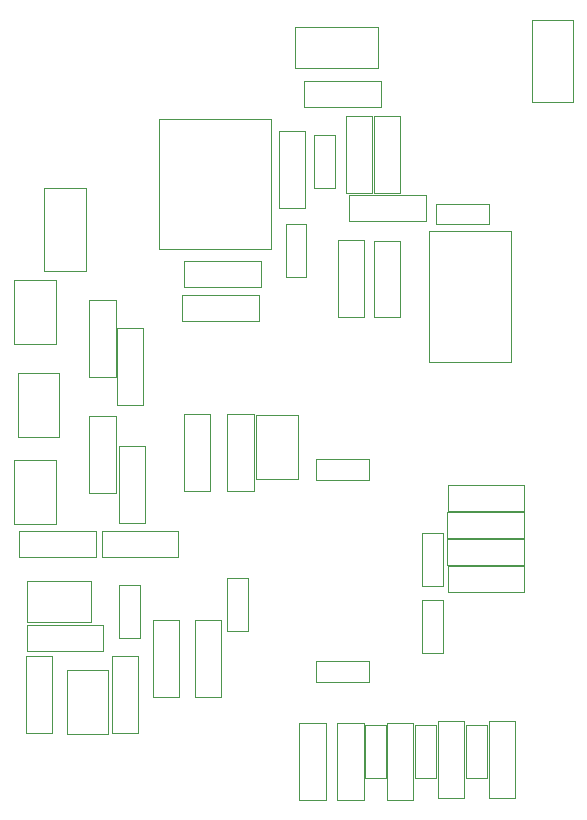
<source format=gbr>
G04 #@! TF.GenerationSoftware,KiCad,Pcbnew,(5.1.5)-3*
G04 #@! TF.CreationDate,2023-05-21T11:01:35-04:00*
G04 #@! TF.ProjectId,In_Board_Gnia,496e5f42-6f61-4726-945f-476e69612e6b,rev?*
G04 #@! TF.SameCoordinates,Original*
G04 #@! TF.FileFunction,Other,User*
%FSLAX46Y46*%
G04 Gerber Fmt 4.6, Leading zero omitted, Abs format (unit mm)*
G04 Created by KiCad (PCBNEW (5.1.5)-3) date 2023-05-21 11:01:35*
%MOMM*%
%LPD*%
G04 APERTURE LIST*
%ADD10C,0.050000*%
G04 APERTURE END LIST*
D10*
X65878600Y-119531960D02*
X65878600Y-115031960D01*
X65878600Y-119531960D02*
X64128600Y-119531960D01*
X64128600Y-115031960D02*
X65878600Y-115031960D01*
X64128600Y-115031960D02*
X64128600Y-119531960D01*
X70150880Y-119531960D02*
X70150880Y-115031960D01*
X70150880Y-119531960D02*
X68400880Y-119531960D01*
X68400880Y-115031960D02*
X70150880Y-115031960D01*
X68400880Y-115031960D02*
X68400880Y-119531960D01*
X74433320Y-119511640D02*
X74433320Y-115011640D01*
X74433320Y-119511640D02*
X72683320Y-119511640D01*
X72683320Y-115011640D02*
X74433320Y-115011640D01*
X72683320Y-115011640D02*
X72683320Y-119511640D01*
X68970000Y-104430000D02*
X68970000Y-108930000D01*
X68970000Y-104430000D02*
X70720000Y-104430000D01*
X70720000Y-108930000D02*
X68970000Y-108930000D01*
X70720000Y-108930000D02*
X70720000Y-104430000D01*
X74640000Y-70875000D02*
X70140000Y-70875000D01*
X74640000Y-70875000D02*
X74640000Y-72625000D01*
X70140000Y-72625000D02*
X70140000Y-70875000D01*
X70140000Y-72625000D02*
X74640000Y-72625000D01*
X61586000Y-69560000D02*
X61586000Y-65060000D01*
X61586000Y-69560000D02*
X59836000Y-69560000D01*
X59836000Y-65060000D02*
X61586000Y-65060000D01*
X59836000Y-65060000D02*
X59836000Y-69560000D01*
X57413000Y-72553000D02*
X57413000Y-77053000D01*
X57413000Y-72553000D02*
X59163000Y-72553000D01*
X59163000Y-77053000D02*
X57413000Y-77053000D01*
X59163000Y-77053000D02*
X59163000Y-72553000D01*
X64480000Y-109610000D02*
X59980000Y-109610000D01*
X64480000Y-109610000D02*
X64480000Y-111360000D01*
X59980000Y-111360000D02*
X59980000Y-109610000D01*
X59980000Y-111360000D02*
X64480000Y-111360000D01*
X70730000Y-103215000D02*
X70730000Y-98715000D01*
X70730000Y-103215000D02*
X68980000Y-103215000D01*
X68980000Y-98715000D02*
X70730000Y-98715000D01*
X68980000Y-98715000D02*
X68980000Y-103215000D01*
X54220000Y-107025000D02*
X54220000Y-102525000D01*
X54220000Y-107025000D02*
X52470000Y-107025000D01*
X52470000Y-102525000D02*
X54220000Y-102525000D01*
X52470000Y-102525000D02*
X52470000Y-107025000D01*
X59980000Y-94225000D02*
X64480000Y-94225000D01*
X59980000Y-94225000D02*
X59980000Y-92475000D01*
X64480000Y-92475000D02*
X64480000Y-94225000D01*
X64480000Y-92475000D02*
X59980000Y-92475000D01*
X43316000Y-103160000D02*
X43316000Y-107660000D01*
X43316000Y-103160000D02*
X45066000Y-103160000D01*
X45066000Y-107660000D02*
X43316000Y-107660000D01*
X45066000Y-107660000D02*
X45066000Y-103160000D01*
X81760000Y-62288300D02*
X81760000Y-55288300D01*
X81760000Y-55288300D02*
X78260000Y-55288300D01*
X78260000Y-55288300D02*
X78260000Y-62288300D01*
X78260000Y-62288300D02*
X81760000Y-62288300D01*
X36985000Y-69525000D02*
X36985000Y-76525000D01*
X36985000Y-76525000D02*
X40485000Y-76525000D01*
X40485000Y-76525000D02*
X40485000Y-69525000D01*
X40485000Y-69525000D02*
X36985000Y-69525000D01*
X58222000Y-59408000D02*
X65222000Y-59408000D01*
X65222000Y-59408000D02*
X65222000Y-55908000D01*
X65222000Y-55908000D02*
X58222000Y-55908000D01*
X58222000Y-55908000D02*
X58222000Y-59408000D01*
X42390000Y-115730000D02*
X42390000Y-110330000D01*
X42390000Y-110330000D02*
X38890000Y-110330000D01*
X38890000Y-110330000D02*
X38890000Y-115730000D01*
X38890000Y-115730000D02*
X42390000Y-115730000D01*
X35514300Y-106296400D02*
X40914300Y-106296400D01*
X40914300Y-106296400D02*
X40914300Y-102796400D01*
X40914300Y-102796400D02*
X35514300Y-102796400D01*
X35514300Y-102796400D02*
X35514300Y-106296400D01*
X54942800Y-88740000D02*
X54942800Y-94140000D01*
X54942800Y-94140000D02*
X58442800Y-94140000D01*
X58442800Y-94140000D02*
X58442800Y-88740000D01*
X58442800Y-88740000D02*
X54942800Y-88740000D01*
X34445000Y-77310000D02*
X34445000Y-82710000D01*
X34445000Y-82710000D02*
X37945000Y-82710000D01*
X37945000Y-82710000D02*
X37945000Y-77310000D01*
X37945000Y-77310000D02*
X34445000Y-77310000D01*
X34724400Y-85222100D02*
X34724400Y-90622100D01*
X34724400Y-90622100D02*
X38224400Y-90622100D01*
X38224400Y-90622100D02*
X38224400Y-85222100D01*
X38224400Y-85222100D02*
X34724400Y-85222100D01*
X34445000Y-92550000D02*
X34445000Y-97950000D01*
X34445000Y-97950000D02*
X37945000Y-97950000D01*
X37945000Y-97950000D02*
X37945000Y-92550000D01*
X37945000Y-92550000D02*
X34445000Y-92550000D01*
X64015640Y-121344760D02*
X64015640Y-114844760D01*
X64015640Y-121344760D02*
X61805640Y-121344760D01*
X61805640Y-114844760D02*
X64015640Y-114844760D01*
X61805640Y-114844760D02*
X61805640Y-121344760D01*
X68232040Y-121370160D02*
X68232040Y-114870160D01*
X68232040Y-121370160D02*
X66022040Y-121370160D01*
X66022040Y-114870160D02*
X68232040Y-114870160D01*
X66022040Y-114870160D02*
X66022040Y-121370160D01*
X77626280Y-101572040D02*
X71126280Y-101572040D01*
X77626280Y-101572040D02*
X77626280Y-103782040D01*
X71126280Y-103782040D02*
X71126280Y-101572040D01*
X71126280Y-103782040D02*
X77626280Y-103782040D01*
X77621200Y-99232700D02*
X71121200Y-99232700D01*
X77621200Y-99232700D02*
X77621200Y-101442700D01*
X71121200Y-101442700D02*
X71121200Y-99232700D01*
X71121200Y-101442700D02*
X77621200Y-101442700D01*
X77621200Y-96946700D02*
X71121200Y-96946700D01*
X77621200Y-96946700D02*
X77621200Y-99156700D01*
X71121200Y-99156700D02*
X71121200Y-96946700D01*
X71121200Y-99156700D02*
X77621200Y-99156700D01*
X77633900Y-94648000D02*
X71133900Y-94648000D01*
X77633900Y-94648000D02*
X77633900Y-96858000D01*
X71133900Y-96858000D02*
X71133900Y-94648000D01*
X71133900Y-96858000D02*
X77633900Y-96858000D01*
X64930000Y-63425000D02*
X64930000Y-69925000D01*
X64930000Y-63425000D02*
X67140000Y-63425000D01*
X67140000Y-69925000D02*
X64930000Y-69925000D01*
X67140000Y-69925000D02*
X67140000Y-63425000D01*
X72489080Y-121161880D02*
X72489080Y-114661880D01*
X72489080Y-121161880D02*
X70279080Y-121161880D01*
X70279080Y-114661880D02*
X72489080Y-114661880D01*
X70279080Y-114661880D02*
X70279080Y-121161880D01*
X76857880Y-121146640D02*
X76857880Y-114646640D01*
X76857880Y-121146640D02*
X74647880Y-121146640D01*
X74647880Y-114646640D02*
X76857880Y-114646640D01*
X74647880Y-114646640D02*
X74647880Y-121146640D01*
X69290000Y-70137000D02*
X62790000Y-70137000D01*
X69290000Y-70137000D02*
X69290000Y-72347000D01*
X62790000Y-72347000D02*
X62790000Y-70137000D01*
X62790000Y-72347000D02*
X69290000Y-72347000D01*
X64737000Y-69925000D02*
X64737000Y-63425000D01*
X64737000Y-69925000D02*
X62527000Y-69925000D01*
X62527000Y-63425000D02*
X64737000Y-63425000D01*
X62527000Y-63425000D02*
X62527000Y-69925000D01*
X64904600Y-73991400D02*
X64904600Y-80491400D01*
X64904600Y-73991400D02*
X67114600Y-73991400D01*
X67114600Y-80491400D02*
X64904600Y-80491400D01*
X67114600Y-80491400D02*
X67114600Y-73991400D01*
X64051200Y-80466000D02*
X64051200Y-73966000D01*
X64051200Y-80466000D02*
X61841200Y-80466000D01*
X61841200Y-73966000D02*
X64051200Y-73966000D01*
X61841200Y-73966000D02*
X61841200Y-80466000D01*
X44925000Y-115645000D02*
X44925000Y-109145000D01*
X44925000Y-115645000D02*
X42715000Y-115645000D01*
X42715000Y-109145000D02*
X44925000Y-109145000D01*
X42715000Y-109145000D02*
X42715000Y-115645000D01*
X41997700Y-106509800D02*
X35497700Y-106509800D01*
X41997700Y-106509800D02*
X41997700Y-108719800D01*
X35497700Y-108719800D02*
X35497700Y-106509800D01*
X35497700Y-108719800D02*
X41997700Y-108719800D01*
X35402500Y-109145000D02*
X35402500Y-115645000D01*
X35402500Y-109145000D02*
X37612500Y-109145000D01*
X37612500Y-115645000D02*
X35402500Y-115645000D01*
X37612500Y-115645000D02*
X37612500Y-109145000D01*
X45356800Y-87895500D02*
X45356800Y-81395500D01*
X45356800Y-87895500D02*
X43146800Y-87895500D01*
X43146800Y-81395500D02*
X45356800Y-81395500D01*
X43146800Y-81395500D02*
X43146800Y-87895500D01*
X54704000Y-95172600D02*
X54704000Y-88672600D01*
X54704000Y-95172600D02*
X52494000Y-95172600D01*
X52494000Y-88672600D02*
X54704000Y-88672600D01*
X52494000Y-88672600D02*
X52494000Y-95172600D01*
X51033700Y-95210700D02*
X51033700Y-88710700D01*
X51033700Y-95210700D02*
X48823700Y-95210700D01*
X48823700Y-88710700D02*
X51033700Y-88710700D01*
X48823700Y-88710700D02*
X48823700Y-95210700D01*
X43340000Y-91365000D02*
X43340000Y-97865000D01*
X43340000Y-91365000D02*
X45550000Y-91365000D01*
X45550000Y-97865000D02*
X43340000Y-97865000D01*
X45550000Y-97865000D02*
X45550000Y-91365000D01*
X43020000Y-85507900D02*
X43020000Y-79007900D01*
X43020000Y-85507900D02*
X40810000Y-85507900D01*
X40810000Y-79007900D02*
X43020000Y-79007900D01*
X40810000Y-79007900D02*
X40810000Y-85507900D01*
X60800000Y-121360000D02*
X60800000Y-114860000D01*
X60800000Y-121360000D02*
X58590000Y-121360000D01*
X58590000Y-114860000D02*
X60800000Y-114860000D01*
X58590000Y-114860000D02*
X58590000Y-121360000D01*
X56852800Y-64745800D02*
X56852800Y-71245800D01*
X56852800Y-64745800D02*
X59062800Y-64745800D01*
X59062800Y-71245800D02*
X56852800Y-71245800D01*
X59062800Y-71245800D02*
X59062800Y-64745800D01*
X51960800Y-112647800D02*
X51960800Y-106147800D01*
X51960800Y-112647800D02*
X49750800Y-112647800D01*
X49750800Y-106147800D02*
X51960800Y-106147800D01*
X49750800Y-106147800D02*
X49750800Y-112647800D01*
X48430200Y-112647800D02*
X48430200Y-106147800D01*
X48430200Y-112647800D02*
X46220200Y-112647800D01*
X46220200Y-106147800D02*
X48430200Y-106147800D01*
X46220200Y-106147800D02*
X46220200Y-112647800D01*
X41835000Y-100805000D02*
X48335000Y-100805000D01*
X41835000Y-100805000D02*
X41835000Y-98595000D01*
X48335000Y-98595000D02*
X48335000Y-100805000D01*
X48335000Y-98595000D02*
X41835000Y-98595000D01*
X41350000Y-98585000D02*
X34850000Y-98585000D01*
X41350000Y-98585000D02*
X41350000Y-100795000D01*
X34850000Y-100795000D02*
X34850000Y-98585000D01*
X34850000Y-100795000D02*
X41350000Y-100795000D01*
X43020000Y-95325000D02*
X43020000Y-88825000D01*
X43020000Y-95325000D02*
X40810000Y-95325000D01*
X40810000Y-88825000D02*
X43020000Y-88825000D01*
X40810000Y-88825000D02*
X40810000Y-95325000D01*
X55167600Y-78620600D02*
X48667600Y-78620600D01*
X55167600Y-78620600D02*
X55167600Y-80830600D01*
X48667600Y-80830600D02*
X48667600Y-78620600D01*
X48667600Y-80830600D02*
X55167600Y-80830600D01*
X55320000Y-75725000D02*
X48820000Y-75725000D01*
X55320000Y-75725000D02*
X55320000Y-77935000D01*
X48820000Y-77935000D02*
X48820000Y-75725000D01*
X48820000Y-77935000D02*
X55320000Y-77935000D01*
X58980000Y-62705000D02*
X65480000Y-62705000D01*
X58980000Y-62705000D02*
X58980000Y-60495000D01*
X65480000Y-60495000D02*
X65480000Y-62705000D01*
X65480000Y-60495000D02*
X58980000Y-60495000D01*
X69525000Y-73190000D02*
X76525000Y-73190000D01*
X76525000Y-73190000D02*
X76525000Y-84290000D01*
X76525000Y-84290000D02*
X69525000Y-84290000D01*
X69525000Y-84290000D02*
X69525000Y-73190000D01*
X46685000Y-74715000D02*
X46685000Y-63715000D01*
X56185000Y-74715000D02*
X56185000Y-63715000D01*
X46685000Y-74715000D02*
X56185000Y-74715000D01*
X46685000Y-63715000D02*
X56185000Y-63715000D01*
M02*

</source>
